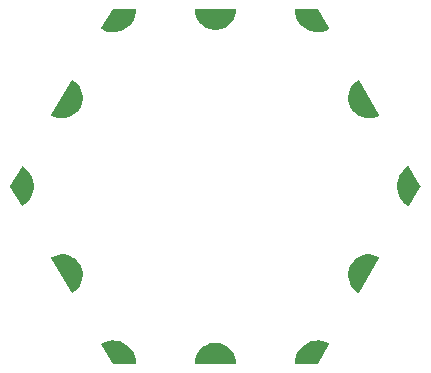
<source format=gbr>
G04 EAGLE Gerber RS-274X export*
G75*
%MOMM*%
%FSLAX34Y34*%
%LPD*%
%INSoldermask Top*%
%IPPOS*%
%AMOC8*
5,1,8,0,0,1.08239X$1,22.5*%
G01*
%ADD10C,1.101600*%

G36*
X17029Y319D02*
X17029Y319D01*
X17058Y317D01*
X17125Y339D01*
X17195Y353D01*
X17219Y369D01*
X17247Y378D01*
X17300Y425D01*
X17359Y465D01*
X17375Y490D01*
X17397Y509D01*
X17428Y573D01*
X17466Y633D01*
X17471Y662D01*
X17483Y688D01*
X17492Y787D01*
X17499Y829D01*
X17496Y840D01*
X17498Y854D01*
X17266Y3652D01*
X17256Y3685D01*
X17252Y3733D01*
X16563Y6455D01*
X16548Y6486D01*
X16536Y6533D01*
X15408Y9104D01*
X15388Y9132D01*
X15369Y9177D01*
X13833Y11527D01*
X13809Y11552D01*
X13783Y11592D01*
X11881Y13658D01*
X11853Y13678D01*
X11820Y13714D01*
X9605Y15438D01*
X9574Y15454D01*
X9536Y15483D01*
X7066Y16820D01*
X7033Y16830D01*
X6991Y16853D01*
X5805Y17260D01*
X4351Y17759D01*
X4335Y17765D01*
X4301Y17769D01*
X4255Y17785D01*
X1486Y18247D01*
X1451Y18246D01*
X1404Y18254D01*
X-1404Y18254D01*
X-1438Y18247D01*
X-1486Y18247D01*
X-4255Y17785D01*
X-4288Y17772D01*
X-4335Y17765D01*
X-6991Y16853D01*
X-7021Y16835D01*
X-7066Y16820D01*
X-9536Y15483D01*
X-9562Y15461D01*
X-9605Y15438D01*
X-11820Y13714D01*
X-11843Y13687D01*
X-11881Y13658D01*
X-13783Y11592D01*
X-13801Y11563D01*
X-13833Y11527D01*
X-15369Y9177D01*
X-15382Y9144D01*
X-15408Y9104D01*
X-16536Y6533D01*
X-16543Y6499D01*
X-16546Y6493D01*
X-16552Y6484D01*
X-16553Y6478D01*
X-16563Y6455D01*
X-17252Y3733D01*
X-17254Y3698D01*
X-17266Y3652D01*
X-17498Y854D01*
X-17494Y825D01*
X-17499Y796D01*
X-17483Y727D01*
X-17474Y656D01*
X-17460Y631D01*
X-17453Y603D01*
X-17411Y545D01*
X-17376Y484D01*
X-17352Y466D01*
X-17335Y442D01*
X-17274Y406D01*
X-17217Y363D01*
X-17189Y356D01*
X-17164Y341D01*
X-17066Y324D01*
X-17025Y314D01*
X-17014Y316D01*
X-17000Y313D01*
X17000Y313D01*
X17029Y319D01*
G37*
G36*
X1438Y283378D02*
X1438Y283378D01*
X1486Y283378D01*
X4255Y283840D01*
X4288Y283853D01*
X4335Y283861D01*
X6991Y284772D01*
X7021Y284790D01*
X7066Y284805D01*
X9536Y286142D01*
X9562Y286164D01*
X9605Y286187D01*
X11820Y287911D01*
X11843Y287938D01*
X11881Y287967D01*
X13783Y290033D01*
X13801Y290062D01*
X13833Y290098D01*
X15369Y292448D01*
X15382Y292481D01*
X15408Y292521D01*
X16536Y295092D01*
X16543Y295126D01*
X16563Y295170D01*
X17252Y297892D01*
X17254Y297927D01*
X17266Y297973D01*
X17498Y300771D01*
X17494Y300800D01*
X17499Y300829D01*
X17483Y300898D01*
X17474Y300969D01*
X17460Y300994D01*
X17453Y301022D01*
X17411Y301080D01*
X17376Y301141D01*
X17352Y301159D01*
X17335Y301183D01*
X17274Y301219D01*
X17217Y301262D01*
X17189Y301269D01*
X17164Y301284D01*
X17066Y301301D01*
X17025Y301311D01*
X17014Y301309D01*
X17000Y301312D01*
X-17000Y301312D01*
X-17029Y301306D01*
X-17058Y301308D01*
X-17125Y301286D01*
X-17195Y301272D01*
X-17219Y301256D01*
X-17247Y301247D01*
X-17300Y301200D01*
X-17359Y301160D01*
X-17375Y301135D01*
X-17397Y301116D01*
X-17428Y301052D01*
X-17466Y300992D01*
X-17471Y300963D01*
X-17483Y300937D01*
X-17492Y300838D01*
X-17499Y300796D01*
X-17496Y300785D01*
X-17498Y300771D01*
X-17266Y297973D01*
X-17256Y297940D01*
X-17252Y297892D01*
X-16563Y295170D01*
X-16548Y295139D01*
X-16536Y295092D01*
X-15408Y292521D01*
X-15388Y292493D01*
X-15369Y292448D01*
X-13833Y290098D01*
X-13809Y290073D01*
X-13783Y290033D01*
X-11881Y287967D01*
X-11853Y287947D01*
X-11820Y287911D01*
X-9605Y286187D01*
X-9574Y286171D01*
X-9536Y286142D01*
X-7066Y284805D01*
X-7033Y284795D01*
X-6991Y284772D01*
X-4335Y283861D01*
X-4301Y283856D01*
X-4255Y283840D01*
X-1486Y283378D01*
X-1451Y283379D01*
X-1404Y283371D01*
X1404Y283371D01*
X1438Y283378D01*
G37*
G36*
X-121393Y60622D02*
X-121393Y60622D01*
X-121322Y60619D01*
X-121295Y60630D01*
X-121266Y60632D01*
X-121176Y60674D01*
X-121136Y60689D01*
X-121128Y60697D01*
X-121115Y60702D01*
X-118812Y62302D01*
X-118788Y62327D01*
X-118748Y62354D01*
X-116739Y64311D01*
X-116720Y64340D01*
X-116685Y64374D01*
X-115026Y66634D01*
X-115011Y66666D01*
X-114982Y66705D01*
X-113718Y69208D01*
X-113709Y69241D01*
X-113687Y69284D01*
X-112851Y71961D01*
X-112848Y71996D01*
X-112833Y72042D01*
X-112450Y74820D01*
X-112452Y74855D01*
X-112446Y74902D01*
X-112525Y77706D01*
X-112533Y77740D01*
X-112534Y77788D01*
X-113073Y80540D01*
X-113087Y80572D01*
X-113096Y80619D01*
X-114081Y83245D01*
X-114096Y83270D01*
X-114101Y83289D01*
X-114109Y83300D01*
X-114116Y83319D01*
X-115520Y85747D01*
X-115543Y85773D01*
X-115567Y85815D01*
X-117351Y87979D01*
X-117378Y88000D01*
X-117409Y88038D01*
X-119525Y89878D01*
X-119555Y89895D01*
X-119591Y89927D01*
X-121982Y91394D01*
X-122014Y91406D01*
X-122055Y91431D01*
X-124654Y92485D01*
X-124688Y92491D01*
X-124733Y92509D01*
X-127470Y93121D01*
X-127505Y93122D01*
X-127552Y93132D01*
X-130352Y93285D01*
X-130386Y93280D01*
X-130434Y93283D01*
X-133222Y92972D01*
X-133255Y92962D01*
X-133303Y92956D01*
X-136001Y92191D01*
X-136031Y92176D01*
X-136078Y92162D01*
X-138613Y90964D01*
X-138637Y90946D01*
X-138664Y90936D01*
X-138716Y90887D01*
X-138773Y90845D01*
X-138787Y90820D01*
X-138809Y90800D01*
X-138837Y90734D01*
X-138873Y90673D01*
X-138876Y90644D01*
X-138888Y90617D01*
X-138889Y90546D01*
X-138898Y90476D01*
X-138890Y90448D01*
X-138890Y90418D01*
X-138856Y90326D01*
X-138844Y90284D01*
X-138837Y90276D01*
X-138832Y90263D01*
X-121832Y60863D01*
X-121813Y60841D01*
X-121800Y60814D01*
X-121747Y60767D01*
X-121700Y60714D01*
X-121674Y60701D01*
X-121652Y60682D01*
X-121585Y60659D01*
X-121521Y60628D01*
X-121492Y60627D01*
X-121464Y60617D01*
X-121393Y60622D01*
G37*
G36*
X130386Y208345D02*
X130386Y208345D01*
X130434Y208343D01*
X133222Y208653D01*
X133255Y208663D01*
X133303Y208669D01*
X136001Y209434D01*
X136031Y209450D01*
X136078Y209463D01*
X138613Y210661D01*
X138637Y210679D01*
X138664Y210689D01*
X138716Y210738D01*
X138773Y210780D01*
X138787Y210805D01*
X138809Y210825D01*
X138837Y210891D01*
X138873Y210952D01*
X138876Y210981D01*
X138888Y211008D01*
X138889Y211079D01*
X138898Y211149D01*
X138890Y211177D01*
X138890Y211207D01*
X138856Y211299D01*
X138844Y211341D01*
X138837Y211350D01*
X138832Y211362D01*
X121832Y240762D01*
X121813Y240784D01*
X121800Y240811D01*
X121747Y240858D01*
X121700Y240911D01*
X121674Y240924D01*
X121652Y240943D01*
X121585Y240966D01*
X121521Y240997D01*
X121492Y240998D01*
X121464Y241008D01*
X121393Y241003D01*
X121322Y241006D01*
X121295Y240995D01*
X121266Y240993D01*
X121176Y240951D01*
X121136Y240936D01*
X121128Y240929D01*
X121115Y240923D01*
X118812Y239323D01*
X118788Y239298D01*
X118748Y239271D01*
X116739Y237314D01*
X116720Y237285D01*
X116685Y237251D01*
X115026Y234991D01*
X115011Y234959D01*
X114982Y234920D01*
X113718Y232417D01*
X113709Y232384D01*
X113687Y232341D01*
X112851Y229664D01*
X112848Y229629D01*
X112833Y229583D01*
X112450Y226805D01*
X112452Y226770D01*
X112446Y226723D01*
X112525Y223919D01*
X112533Y223885D01*
X112534Y223837D01*
X113073Y221085D01*
X113087Y221053D01*
X113096Y221006D01*
X114081Y218380D01*
X114099Y218351D01*
X114116Y218306D01*
X115520Y215878D01*
X115543Y215852D01*
X115567Y215810D01*
X117351Y213646D01*
X117378Y213625D01*
X117409Y213587D01*
X119525Y211747D01*
X119555Y211730D01*
X119591Y211698D01*
X121982Y210231D01*
X122014Y210219D01*
X122055Y210194D01*
X124654Y209140D01*
X124688Y209134D01*
X124733Y209116D01*
X127470Y208504D01*
X127505Y208503D01*
X127552Y208493D01*
X130352Y208340D01*
X130386Y208345D01*
G37*
G36*
X121426Y60623D02*
X121426Y60623D01*
X121497Y60623D01*
X121524Y60634D01*
X121553Y60637D01*
X121615Y60672D01*
X121680Y60699D01*
X121701Y60720D01*
X121726Y60734D01*
X121789Y60811D01*
X121819Y60841D01*
X121823Y60852D01*
X121832Y60863D01*
X138832Y90263D01*
X138841Y90290D01*
X138858Y90314D01*
X138873Y90384D01*
X138895Y90451D01*
X138893Y90480D01*
X138899Y90509D01*
X138886Y90579D01*
X138880Y90649D01*
X138867Y90675D01*
X138861Y90704D01*
X138821Y90763D01*
X138789Y90826D01*
X138766Y90845D01*
X138750Y90869D01*
X138668Y90926D01*
X138635Y90953D01*
X138625Y90956D01*
X138613Y90964D01*
X136078Y92162D01*
X136044Y92171D01*
X136001Y92191D01*
X133303Y92956D01*
X133268Y92959D01*
X133222Y92972D01*
X130434Y93283D01*
X130400Y93279D01*
X130352Y93285D01*
X127552Y93132D01*
X127518Y93123D01*
X127470Y93121D01*
X124733Y92509D01*
X124701Y92495D01*
X124654Y92485D01*
X122055Y91431D01*
X122026Y91412D01*
X121982Y91394D01*
X119591Y89927D01*
X119566Y89903D01*
X119525Y89878D01*
X117409Y88038D01*
X117388Y88010D01*
X117351Y87979D01*
X115567Y85815D01*
X115551Y85784D01*
X115520Y85747D01*
X114116Y83319D01*
X114105Y83287D01*
X114098Y83274D01*
X114088Y83259D01*
X114088Y83257D01*
X114081Y83245D01*
X113096Y80619D01*
X113090Y80585D01*
X113073Y80540D01*
X112534Y77788D01*
X112534Y77753D01*
X112525Y77706D01*
X112446Y74902D01*
X112452Y74868D01*
X112450Y74820D01*
X112833Y72042D01*
X112845Y72009D01*
X112851Y71961D01*
X113687Y69284D01*
X113704Y69254D01*
X113718Y69208D01*
X114982Y66705D01*
X115004Y66677D01*
X115026Y66634D01*
X116685Y64374D01*
X116711Y64350D01*
X116739Y64311D01*
X118748Y62354D01*
X118777Y62336D01*
X118812Y62302D01*
X121115Y60702D01*
X121142Y60691D01*
X121165Y60672D01*
X121233Y60652D01*
X121298Y60624D01*
X121327Y60624D01*
X121355Y60615D01*
X121426Y60623D01*
G37*
G36*
X-127552Y208493D02*
X-127552Y208493D01*
X-127518Y208502D01*
X-127470Y208504D01*
X-124733Y209116D01*
X-124701Y209130D01*
X-124654Y209140D01*
X-122055Y210194D01*
X-122026Y210213D01*
X-121982Y210231D01*
X-119591Y211698D01*
X-119566Y211722D01*
X-119525Y211747D01*
X-117409Y213587D01*
X-117388Y213615D01*
X-117351Y213646D01*
X-115567Y215810D01*
X-115551Y215841D01*
X-115520Y215878D01*
X-114116Y218306D01*
X-114105Y218338D01*
X-114081Y218380D01*
X-113096Y221006D01*
X-113090Y221040D01*
X-113073Y221085D01*
X-112534Y223837D01*
X-112534Y223872D01*
X-112525Y223919D01*
X-112446Y226723D01*
X-112452Y226757D01*
X-112450Y226805D01*
X-112833Y229583D01*
X-112845Y229616D01*
X-112851Y229664D01*
X-113687Y232341D01*
X-113704Y232371D01*
X-113718Y232417D01*
X-114982Y234920D01*
X-115004Y234948D01*
X-115026Y234991D01*
X-116685Y237251D01*
X-116711Y237275D01*
X-116739Y237314D01*
X-118748Y239271D01*
X-118777Y239289D01*
X-118812Y239323D01*
X-121115Y240923D01*
X-121142Y240934D01*
X-121165Y240953D01*
X-121233Y240973D01*
X-121298Y241001D01*
X-121327Y241001D01*
X-121355Y241010D01*
X-121426Y241002D01*
X-121497Y241002D01*
X-121524Y240991D01*
X-121553Y240988D01*
X-121615Y240953D01*
X-121680Y240926D01*
X-121701Y240905D01*
X-121726Y240891D01*
X-121789Y240814D01*
X-121819Y240784D01*
X-121823Y240773D01*
X-121832Y240762D01*
X-138832Y211362D01*
X-138841Y211335D01*
X-138858Y211311D01*
X-138873Y211241D01*
X-138895Y211174D01*
X-138893Y211145D01*
X-138899Y211116D01*
X-138886Y211046D01*
X-138880Y210976D01*
X-138867Y210950D01*
X-138861Y210921D01*
X-138821Y210862D01*
X-138789Y210799D01*
X-138766Y210780D01*
X-138750Y210756D01*
X-138668Y210699D01*
X-138635Y210672D01*
X-138625Y210669D01*
X-138613Y210661D01*
X-136078Y209463D01*
X-136044Y209454D01*
X-136001Y209434D01*
X-133303Y208669D01*
X-133268Y208666D01*
X-133222Y208653D01*
X-130434Y208343D01*
X-130400Y208346D01*
X-130352Y208340D01*
X-127552Y208493D01*
G37*
G36*
X163727Y133823D02*
X163727Y133823D01*
X163798Y133823D01*
X163825Y133834D01*
X163854Y133837D01*
X163916Y133873D01*
X163981Y133900D01*
X164002Y133921D01*
X164027Y133935D01*
X164090Y134012D01*
X164120Y134043D01*
X164124Y134053D01*
X164133Y134063D01*
X173633Y150563D01*
X173643Y150595D01*
X173652Y150608D01*
X173656Y150633D01*
X173657Y150636D01*
X173688Y150707D01*
X173688Y150730D01*
X173696Y150752D01*
X173690Y150829D01*
X173691Y150906D01*
X173681Y150930D01*
X173680Y150950D01*
X173659Y150990D01*
X173633Y151062D01*
X164133Y167562D01*
X164114Y167583D01*
X164101Y167610D01*
X164048Y167657D01*
X164001Y167711D01*
X163975Y167723D01*
X163954Y167743D01*
X163886Y167766D01*
X163822Y167797D01*
X163793Y167798D01*
X163766Y167807D01*
X163694Y167803D01*
X163623Y167806D01*
X163596Y167796D01*
X163567Y167794D01*
X163477Y167751D01*
X163437Y167737D01*
X163429Y167729D01*
X163416Y167723D01*
X160893Y165982D01*
X160869Y165957D01*
X160831Y165931D01*
X158619Y163807D01*
X158600Y163779D01*
X158566Y163747D01*
X156724Y161295D01*
X156710Y161265D01*
X156681Y161227D01*
X155256Y158512D01*
X155247Y158481D01*
X155231Y158456D01*
X155230Y158448D01*
X155225Y158439D01*
X154254Y155530D01*
X154250Y155496D01*
X154235Y155452D01*
X153743Y152426D01*
X153744Y152392D01*
X153736Y152346D01*
X153736Y149279D01*
X153737Y149276D01*
X153737Y149273D01*
X153743Y149247D01*
X153743Y149246D01*
X153743Y149199D01*
X154235Y146173D01*
X154247Y146141D01*
X154254Y146095D01*
X155225Y143186D01*
X155242Y143157D01*
X155256Y143113D01*
X156681Y140398D01*
X156703Y140371D01*
X156724Y140330D01*
X158566Y137878D01*
X158591Y137856D01*
X158619Y137818D01*
X160831Y135694D01*
X160859Y135676D01*
X160893Y135643D01*
X163416Y133902D01*
X163443Y133890D01*
X163465Y133872D01*
X163534Y133852D01*
X163599Y133824D01*
X163628Y133823D01*
X163656Y133815D01*
X163727Y133823D01*
G37*
G36*
X-163694Y133822D02*
X-163694Y133822D01*
X-163623Y133819D01*
X-163596Y133829D01*
X-163567Y133831D01*
X-163477Y133874D01*
X-163437Y133888D01*
X-163429Y133896D01*
X-163416Y133902D01*
X-160893Y135643D01*
X-160869Y135668D01*
X-160831Y135694D01*
X-158619Y137818D01*
X-158600Y137846D01*
X-158566Y137878D01*
X-156724Y140330D01*
X-156710Y140360D01*
X-156681Y140398D01*
X-155256Y143113D01*
X-155247Y143145D01*
X-155225Y143186D01*
X-154254Y146095D01*
X-154250Y146129D01*
X-154235Y146173D01*
X-153743Y149199D01*
X-153744Y149233D01*
X-153736Y149279D01*
X-153736Y152346D01*
X-153743Y152379D01*
X-153743Y152426D01*
X-154235Y155452D01*
X-154247Y155484D01*
X-154254Y155530D01*
X-155225Y158439D01*
X-155238Y158462D01*
X-155244Y158486D01*
X-155251Y158495D01*
X-155256Y158512D01*
X-156681Y161227D01*
X-156703Y161254D01*
X-156724Y161295D01*
X-158566Y163747D01*
X-158591Y163769D01*
X-158619Y163807D01*
X-160831Y165931D01*
X-160859Y165949D01*
X-160893Y165982D01*
X-163416Y167723D01*
X-163443Y167735D01*
X-163465Y167753D01*
X-163534Y167774D01*
X-163599Y167801D01*
X-163628Y167802D01*
X-163656Y167810D01*
X-163727Y167802D01*
X-163798Y167802D01*
X-163825Y167791D01*
X-163854Y167788D01*
X-163916Y167753D01*
X-163981Y167725D01*
X-164002Y167704D01*
X-164027Y167690D01*
X-164090Y167613D01*
X-164120Y167582D01*
X-164124Y167572D01*
X-164133Y167562D01*
X-173633Y151062D01*
X-173657Y150989D01*
X-173688Y150918D01*
X-173688Y150895D01*
X-173696Y150873D01*
X-173690Y150796D01*
X-173691Y150719D01*
X-173681Y150695D01*
X-173680Y150675D01*
X-173659Y150635D01*
X-173640Y150583D01*
X-173639Y150578D01*
X-173637Y150576D01*
X-173633Y150563D01*
X-164133Y134063D01*
X-164114Y134042D01*
X-164101Y134015D01*
X-164048Y133968D01*
X-164001Y133914D01*
X-163975Y133902D01*
X-163954Y133882D01*
X-163886Y133859D01*
X-163822Y133828D01*
X-163793Y133827D01*
X-163766Y133818D01*
X-163694Y133822D01*
G37*
G36*
X86676Y329D02*
X86676Y329D01*
X86754Y337D01*
X86773Y348D01*
X86795Y353D01*
X86859Y397D01*
X86927Y435D01*
X86943Y454D01*
X86959Y465D01*
X86983Y503D01*
X87033Y563D01*
X96533Y17063D01*
X96542Y17091D01*
X96558Y17114D01*
X96573Y17184D01*
X96596Y17252D01*
X96593Y17281D01*
X96599Y17309D01*
X96586Y17379D01*
X96580Y17450D01*
X96567Y17476D01*
X96561Y17504D01*
X96521Y17563D01*
X96488Y17627D01*
X96466Y17645D01*
X96450Y17669D01*
X96367Y17726D01*
X96335Y17753D01*
X96324Y17756D01*
X96314Y17764D01*
X93548Y19072D01*
X93515Y19080D01*
X93472Y19101D01*
X90532Y19948D01*
X90498Y19951D01*
X90454Y19964D01*
X87416Y20330D01*
X87382Y20327D01*
X87335Y20333D01*
X84278Y20206D01*
X84245Y20198D01*
X84198Y20196D01*
X81201Y19580D01*
X81170Y19567D01*
X81124Y19558D01*
X78264Y18470D01*
X78236Y18451D01*
X78192Y18435D01*
X75544Y16902D01*
X75518Y16879D01*
X75478Y16856D01*
X73110Y14918D01*
X73088Y14892D01*
X73052Y14862D01*
X71025Y12570D01*
X71009Y12540D01*
X70977Y12505D01*
X69345Y9917D01*
X69333Y9886D01*
X69308Y9846D01*
X68112Y7030D01*
X68105Y6996D01*
X68102Y6990D01*
X68098Y6983D01*
X68097Y6978D01*
X68086Y6953D01*
X67358Y3982D01*
X67356Y3948D01*
X67345Y3902D01*
X67102Y852D01*
X67106Y824D01*
X67101Y796D01*
X67118Y726D01*
X67126Y655D01*
X67141Y630D01*
X67147Y603D01*
X67190Y545D01*
X67226Y482D01*
X67248Y465D01*
X67265Y442D01*
X67327Y406D01*
X67384Y362D01*
X67412Y355D01*
X67436Y341D01*
X67536Y324D01*
X67577Y314D01*
X67587Y315D01*
X67600Y313D01*
X86600Y313D01*
X86676Y329D01*
G37*
G36*
X87369Y281298D02*
X87369Y281298D01*
X87416Y281295D01*
X90454Y281661D01*
X90486Y281671D01*
X90532Y281677D01*
X93472Y282524D01*
X93502Y282540D01*
X93548Y282553D01*
X96314Y283861D01*
X96336Y283878D01*
X96363Y283888D01*
X96415Y283937D01*
X96473Y283980D01*
X96487Y284005D01*
X96508Y284025D01*
X96537Y284090D01*
X96573Y284152D01*
X96576Y284181D01*
X96588Y284207D01*
X96589Y284279D01*
X96598Y284349D01*
X96590Y284377D01*
X96591Y284406D01*
X96555Y284500D01*
X96544Y284541D01*
X96537Y284549D01*
X96533Y284562D01*
X87033Y301062D01*
X86981Y301120D01*
X86935Y301183D01*
X86916Y301194D01*
X86901Y301211D01*
X86831Y301244D01*
X86764Y301284D01*
X86740Y301288D01*
X86722Y301297D01*
X86677Y301299D01*
X86600Y301312D01*
X67600Y301312D01*
X67572Y301306D01*
X67544Y301309D01*
X67476Y301286D01*
X67405Y301272D01*
X67382Y301256D01*
X67355Y301247D01*
X67300Y301200D01*
X67241Y301160D01*
X67226Y301136D01*
X67205Y301117D01*
X67173Y301053D01*
X67134Y300992D01*
X67129Y300964D01*
X67117Y300939D01*
X67108Y300837D01*
X67101Y300796D01*
X67103Y300786D01*
X67102Y300773D01*
X67345Y297723D01*
X67354Y297690D01*
X67358Y297643D01*
X68086Y294672D01*
X68101Y294641D01*
X68112Y294595D01*
X69308Y291779D01*
X69327Y291751D01*
X69345Y291708D01*
X70977Y289120D01*
X71001Y289095D01*
X71025Y289055D01*
X73052Y286763D01*
X73079Y286742D01*
X73110Y286707D01*
X75478Y284769D01*
X75508Y284753D01*
X75544Y284723D01*
X78192Y283190D01*
X78224Y283179D01*
X78264Y283155D01*
X81124Y282067D01*
X81157Y282061D01*
X81201Y282045D01*
X84198Y281429D01*
X84232Y281429D01*
X84278Y281419D01*
X87335Y281292D01*
X87369Y281298D01*
G37*
G36*
X-67572Y319D02*
X-67572Y319D01*
X-67544Y316D01*
X-67476Y339D01*
X-67405Y353D01*
X-67382Y369D01*
X-67355Y378D01*
X-67300Y425D01*
X-67241Y465D01*
X-67226Y489D01*
X-67205Y508D01*
X-67173Y572D01*
X-67134Y633D01*
X-67129Y661D01*
X-67117Y686D01*
X-67108Y788D01*
X-67101Y829D01*
X-67103Y839D01*
X-67102Y852D01*
X-67345Y3902D01*
X-67354Y3935D01*
X-67358Y3982D01*
X-68086Y6953D01*
X-68101Y6984D01*
X-68112Y7030D01*
X-69308Y9846D01*
X-69327Y9874D01*
X-69345Y9917D01*
X-70977Y12505D01*
X-71001Y12530D01*
X-71025Y12570D01*
X-73052Y14862D01*
X-73079Y14883D01*
X-73110Y14918D01*
X-75478Y16856D01*
X-75508Y16872D01*
X-75544Y16902D01*
X-78192Y18435D01*
X-78224Y18446D01*
X-78264Y18470D01*
X-81124Y19558D01*
X-81157Y19564D01*
X-81201Y19580D01*
X-84198Y20196D01*
X-84232Y20196D01*
X-84278Y20206D01*
X-87335Y20333D01*
X-87369Y20327D01*
X-87416Y20330D01*
X-90454Y19964D01*
X-90486Y19954D01*
X-90532Y19948D01*
X-93472Y19101D01*
X-93502Y19085D01*
X-93548Y19072D01*
X-96314Y17764D01*
X-96336Y17747D01*
X-96363Y17737D01*
X-96415Y17688D01*
X-96473Y17645D01*
X-96487Y17620D01*
X-96508Y17600D01*
X-96537Y17535D01*
X-96573Y17473D01*
X-96576Y17445D01*
X-96588Y17418D01*
X-96589Y17346D01*
X-96598Y17276D01*
X-96590Y17248D01*
X-96591Y17219D01*
X-96555Y17125D01*
X-96544Y17084D01*
X-96537Y17076D01*
X-96533Y17063D01*
X-87033Y563D01*
X-86981Y505D01*
X-86935Y442D01*
X-86916Y431D01*
X-86901Y414D01*
X-86831Y381D01*
X-86764Y341D01*
X-86740Y337D01*
X-86722Y328D01*
X-86677Y326D01*
X-86600Y313D01*
X-67600Y313D01*
X-67572Y319D01*
G37*
G36*
X-84278Y281419D02*
X-84278Y281419D01*
X-84245Y281427D01*
X-84198Y281429D01*
X-81201Y282045D01*
X-81170Y282058D01*
X-81124Y282067D01*
X-78264Y283155D01*
X-78236Y283174D01*
X-78192Y283190D01*
X-75544Y284723D01*
X-75518Y284746D01*
X-75478Y284769D01*
X-73110Y286707D01*
X-73088Y286733D01*
X-73052Y286763D01*
X-71025Y289055D01*
X-71009Y289085D01*
X-70977Y289120D01*
X-69345Y291708D01*
X-69333Y291740D01*
X-69308Y291779D01*
X-68112Y294595D01*
X-68105Y294629D01*
X-68086Y294672D01*
X-67358Y297643D01*
X-67356Y297677D01*
X-67345Y297723D01*
X-67102Y300773D01*
X-67106Y300801D01*
X-67101Y300829D01*
X-67118Y300899D01*
X-67126Y300970D01*
X-67141Y300995D01*
X-67147Y301022D01*
X-67190Y301080D01*
X-67226Y301143D01*
X-67248Y301160D01*
X-67265Y301183D01*
X-67327Y301219D01*
X-67384Y301263D01*
X-67412Y301270D01*
X-67436Y301284D01*
X-67536Y301301D01*
X-67577Y301311D01*
X-67587Y301310D01*
X-67600Y301312D01*
X-86600Y301312D01*
X-86676Y301296D01*
X-86754Y301288D01*
X-86773Y301277D01*
X-86795Y301272D01*
X-86859Y301228D01*
X-86927Y301190D01*
X-86943Y301171D01*
X-86959Y301160D01*
X-86983Y301122D01*
X-87033Y301062D01*
X-96533Y284562D01*
X-96542Y284534D01*
X-96558Y284511D01*
X-96573Y284441D01*
X-96596Y284373D01*
X-96593Y284345D01*
X-96599Y284316D01*
X-96586Y284246D01*
X-96580Y284175D01*
X-96567Y284149D01*
X-96561Y284121D01*
X-96521Y284062D01*
X-96488Y283998D01*
X-96466Y283980D01*
X-96450Y283956D01*
X-96367Y283899D01*
X-96335Y283872D01*
X-96324Y283869D01*
X-96314Y283861D01*
X-93548Y282553D01*
X-93515Y282545D01*
X-93472Y282524D01*
X-90532Y281677D01*
X-90498Y281674D01*
X-90454Y281661D01*
X-87416Y281295D01*
X-87382Y281298D01*
X-87335Y281292D01*
X-84278Y281419D01*
G37*
D10*
X82600Y293913D03*
X165200Y150813D03*
X82600Y7713D03*
X-82600Y7713D03*
X-165200Y150813D03*
X-82600Y293913D03*
X123900Y222313D03*
X123900Y79313D03*
X0Y7713D03*
X-123900Y79313D03*
X-123900Y222313D03*
X0Y293913D03*
M02*

</source>
